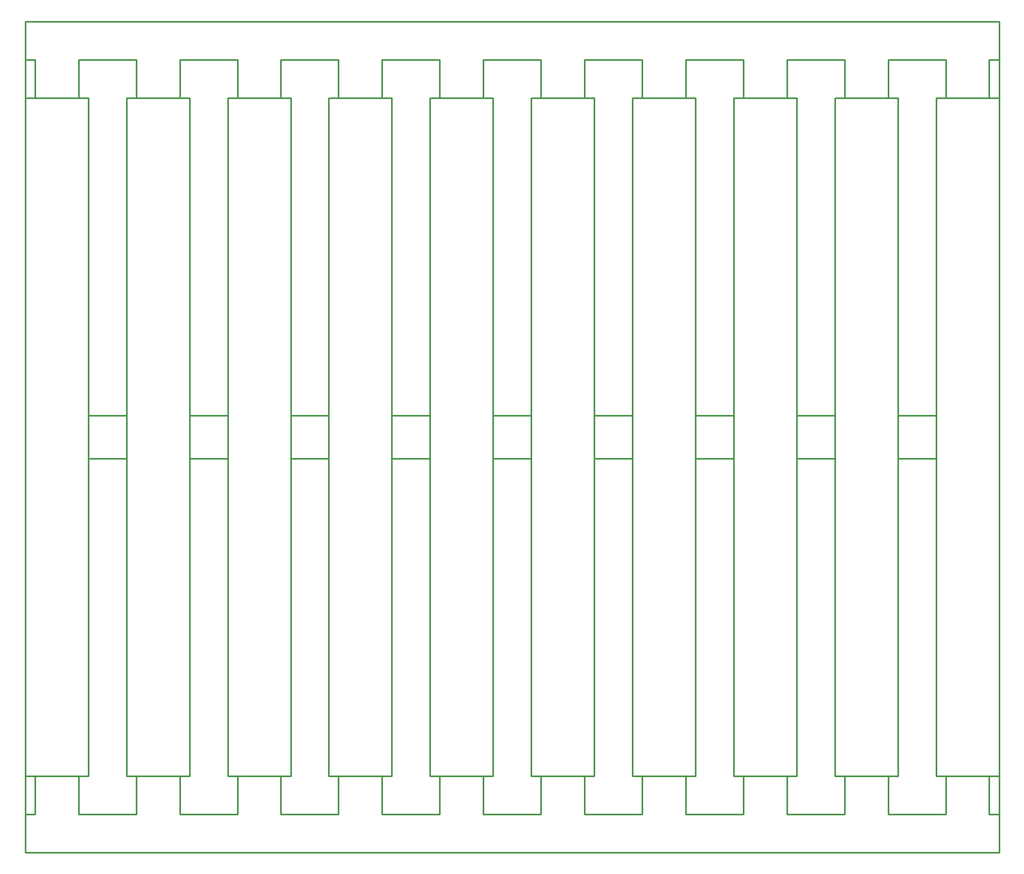
<source format=gko>
G04 Layer: BoardOutlineLayer*
G04 Panelize: Stamp Hole, Column: 10, Row: 1, Board Size: 9.91mm x 106.68mm, Panelized Board Size: 153.06mm x 106.68mm*
G04 EasyEDA v6.5.34, 2023-08-21 18:11:39*
G04 ba324229fcc8424cbbcbecf3e9f9a0b2,5a6b42c53f6a479593ecc07194224c93,10*
G04 Gerber Generator version 0.2*
G04 Scale: 100 percent, Rotated: No, Reflected: No *
G04 Dimensions in millimeters *
G04 leading zeros omitted , absolute positions ,4 integer and 5 decimal *
%FSLAX45Y45*%
%MOMM*%

%ADD10C,0.2540*%
D10*
X12700Y11938000D02*
G01*
X990600Y11938000D01*
X990600Y1270000D01*
X0Y1270000D01*
X0Y11938000D01*
X1603298Y11938000D02*
G01*
X2581198Y11938000D01*
X2581198Y1270000D01*
X1590598Y1270000D01*
X1590598Y11938000D01*
X3193897Y11938000D02*
G01*
X4171797Y11938000D01*
X4171797Y1270000D01*
X3181197Y1270000D01*
X3181197Y11938000D01*
X4784496Y11938000D02*
G01*
X5762396Y11938000D01*
X5762396Y1270000D01*
X4771796Y1270000D01*
X4771796Y11938000D01*
X6375095Y11938000D02*
G01*
X7352995Y11938000D01*
X7352995Y1270000D01*
X6362395Y1270000D01*
X6362395Y11938000D01*
X7965693Y11938000D02*
G01*
X8943593Y11938000D01*
X8943593Y1270000D01*
X7952993Y1270000D01*
X7952993Y11938000D01*
X9556292Y11938000D02*
G01*
X10534192Y11938000D01*
X10534192Y1270000D01*
X9543592Y1270000D01*
X9543592Y11938000D01*
X11146891Y11938000D02*
G01*
X12124791Y11938000D01*
X12124791Y1270000D01*
X11134191Y1270000D01*
X11134191Y11938000D01*
X12737490Y11938000D02*
G01*
X13715390Y11938000D01*
X13715390Y1270000D01*
X12724790Y1270000D01*
X12724790Y11938000D01*
X14328089Y11938000D02*
G01*
X15305989Y11938000D01*
X15305989Y1270000D01*
X14315389Y1270000D01*
X14315389Y11938000D01*
X0Y13137997D02*
G01*
X15305989Y13137997D01*
X15305989Y70002D01*
X0Y70002D01*
X0Y13137997D01*
X153296Y12537998D02*
G01*
X0Y12537998D01*
X153296Y670001D02*
G01*
X0Y670001D01*
X1743895Y12537998D02*
G01*
X837305Y12537998D01*
X1743895Y670001D02*
G01*
X837305Y670001D01*
X3334494Y12537998D02*
G01*
X2427904Y12537998D01*
X3334494Y670001D02*
G01*
X2427904Y670001D01*
X4925093Y12537998D02*
G01*
X4018503Y12537998D01*
X4925093Y670001D02*
G01*
X4018503Y670001D01*
X6515691Y12537998D02*
G01*
X5609102Y12537998D01*
X6515691Y670001D02*
G01*
X5609102Y670001D01*
X8106290Y12537998D02*
G01*
X7199701Y12537998D01*
X8106290Y670001D02*
G01*
X7199701Y670001D01*
X9696889Y12537998D02*
G01*
X8790299Y12537998D01*
X9696889Y670001D02*
G01*
X8790299Y670001D01*
X11287488Y12537998D02*
G01*
X10380898Y12537998D01*
X11287488Y670001D02*
G01*
X10380898Y670001D01*
X12878087Y12537998D02*
G01*
X11971497Y12537998D01*
X12878087Y670001D02*
G01*
X11971497Y670001D01*
X14468685Y12537998D02*
G01*
X13562096Y12537998D01*
X14468685Y670001D02*
G01*
X13562096Y670001D01*
X15305989Y12537998D02*
G01*
X15152695Y12537998D01*
X15305989Y670001D02*
G01*
X15152695Y670001D01*
X1581431Y6946003D02*
G01*
X999766Y6946003D01*
X1581431Y6261994D02*
G01*
X999766Y6261994D01*
X3172030Y6946003D02*
G01*
X2590365Y6946003D01*
X3172030Y6261994D02*
G01*
X2590365Y6261994D01*
X4762629Y6946003D02*
G01*
X4180964Y6946003D01*
X4762629Y6261994D02*
G01*
X4180964Y6261994D01*
X6353228Y6946003D02*
G01*
X5771563Y6946003D01*
X6353228Y6261994D02*
G01*
X5771563Y6261994D01*
X7943827Y6946003D02*
G01*
X7362162Y6946003D01*
X7943827Y6261994D02*
G01*
X7362162Y6261994D01*
X9534425Y6946003D02*
G01*
X8952760Y6946003D01*
X9534425Y6261994D02*
G01*
X8952760Y6261994D01*
X11125024Y6946003D02*
G01*
X10543359Y6946003D01*
X11125024Y6261994D02*
G01*
X10543359Y6261994D01*
X12715623Y6946003D02*
G01*
X12133958Y6946003D01*
X12715623Y6261994D02*
G01*
X12133958Y6261994D01*
X14306222Y6946003D02*
G01*
X13724557Y6946003D01*
X14306222Y6261994D02*
G01*
X13724557Y6261994D01*
X153296Y11947166D02*
G01*
X153296Y12537998D01*
X153296Y670001D02*
G01*
X153296Y1260833D01*
X837305Y11947166D02*
G01*
X837305Y12537998D01*
X837305Y670001D02*
G01*
X837305Y1260833D01*
X1743895Y11947166D02*
G01*
X1743895Y12537998D01*
X1743895Y670001D02*
G01*
X1743895Y1260833D01*
X2427904Y11947166D02*
G01*
X2427904Y12537998D01*
X2427904Y670001D02*
G01*
X2427904Y1260833D01*
X3334494Y11947166D02*
G01*
X3334494Y12537998D01*
X3334494Y670001D02*
G01*
X3334494Y1260833D01*
X4018503Y11947166D02*
G01*
X4018503Y12537998D01*
X4018503Y670001D02*
G01*
X4018503Y1260833D01*
X4925093Y11947166D02*
G01*
X4925093Y12537998D01*
X4925093Y670001D02*
G01*
X4925093Y1260833D01*
X5609102Y11947166D02*
G01*
X5609102Y12537998D01*
X5609102Y670001D02*
G01*
X5609102Y1260833D01*
X6515691Y11947166D02*
G01*
X6515691Y12537998D01*
X6515691Y670001D02*
G01*
X6515691Y1260833D01*
X7199701Y11947166D02*
G01*
X7199701Y12537998D01*
X7199701Y670001D02*
G01*
X7199701Y1260833D01*
X8106290Y11947166D02*
G01*
X8106290Y12537998D01*
X8106290Y670001D02*
G01*
X8106290Y1260833D01*
X8790299Y11947166D02*
G01*
X8790299Y12537998D01*
X8790299Y670001D02*
G01*
X8790299Y1260833D01*
X9696889Y11947166D02*
G01*
X9696889Y12537998D01*
X9696889Y670001D02*
G01*
X9696889Y1260833D01*
X10380898Y11947166D02*
G01*
X10380898Y12537998D01*
X10380898Y670001D02*
G01*
X10380898Y1260833D01*
X11287488Y11947166D02*
G01*
X11287488Y12537998D01*
X11287488Y670001D02*
G01*
X11287488Y1260833D01*
X11971497Y11947166D02*
G01*
X11971497Y12537998D01*
X11971497Y670001D02*
G01*
X11971497Y1260833D01*
X12878087Y11947166D02*
G01*
X12878087Y12537998D01*
X12878087Y670001D02*
G01*
X12878087Y1260833D01*
X13562096Y11947166D02*
G01*
X13562096Y12537998D01*
X13562096Y670001D02*
G01*
X13562096Y1260833D01*
X14468685Y11947166D02*
G01*
X14468685Y12537998D01*
X14468685Y670001D02*
G01*
X14468685Y1260833D01*
X15152695Y11947166D02*
G01*
X15152695Y12537998D01*
X15152695Y670001D02*
G01*
X15152695Y1260833D01*

%LPD*%
M02*

</source>
